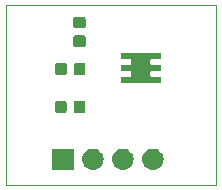
<source format=gbr>
G04 #@! TF.GenerationSoftware,KiCad,Pcbnew,(5.1.4)-1*
G04 #@! TF.CreationDate,2020-05-14T15:58:35+02:00*
G04 #@! TF.ProjectId,sts21,73747332-312e-46b6-9963-61645f706362,rev?*
G04 #@! TF.SameCoordinates,Original*
G04 #@! TF.FileFunction,Soldermask,Top*
G04 #@! TF.FilePolarity,Negative*
%FSLAX46Y46*%
G04 Gerber Fmt 4.6, Leading zero omitted, Abs format (unit mm)*
G04 Created by KiCad (PCBNEW (5.1.4)-1) date 2020-05-14 15:58:35*
%MOMM*%
%LPD*%
G04 APERTURE LIST*
%ADD10C,0.100000*%
G04 APERTURE END LIST*
D10*
X122047000Y-92710000D02*
X122047000Y-77470000D01*
X139827000Y-92710000D02*
X122047000Y-92710000D01*
X139827000Y-77470000D02*
X139827000Y-92710000D01*
X122047000Y-77470000D02*
X139827000Y-77470000D01*
G36*
X132063443Y-89656519D02*
G01*
X132129627Y-89663037D01*
X132299466Y-89714557D01*
X132455991Y-89798222D01*
X132491729Y-89827552D01*
X132593186Y-89910814D01*
X132676448Y-90012271D01*
X132705778Y-90048009D01*
X132789443Y-90204534D01*
X132840963Y-90374373D01*
X132858359Y-90551000D01*
X132840963Y-90727627D01*
X132789443Y-90897466D01*
X132705778Y-91053991D01*
X132676448Y-91089729D01*
X132593186Y-91191186D01*
X132491729Y-91274448D01*
X132455991Y-91303778D01*
X132299466Y-91387443D01*
X132129627Y-91438963D01*
X132063443Y-91445481D01*
X131997260Y-91452000D01*
X131908740Y-91452000D01*
X131842557Y-91445481D01*
X131776373Y-91438963D01*
X131606534Y-91387443D01*
X131450009Y-91303778D01*
X131414271Y-91274448D01*
X131312814Y-91191186D01*
X131229552Y-91089729D01*
X131200222Y-91053991D01*
X131116557Y-90897466D01*
X131065037Y-90727627D01*
X131047641Y-90551000D01*
X131065037Y-90374373D01*
X131116557Y-90204534D01*
X131200222Y-90048009D01*
X131229552Y-90012271D01*
X131312814Y-89910814D01*
X131414271Y-89827552D01*
X131450009Y-89798222D01*
X131606534Y-89714557D01*
X131776373Y-89663037D01*
X131842557Y-89656519D01*
X131908740Y-89650000D01*
X131997260Y-89650000D01*
X132063443Y-89656519D01*
X132063443Y-89656519D01*
G37*
G36*
X129523443Y-89656519D02*
G01*
X129589627Y-89663037D01*
X129759466Y-89714557D01*
X129915991Y-89798222D01*
X129951729Y-89827552D01*
X130053186Y-89910814D01*
X130136448Y-90012271D01*
X130165778Y-90048009D01*
X130249443Y-90204534D01*
X130300963Y-90374373D01*
X130318359Y-90551000D01*
X130300963Y-90727627D01*
X130249443Y-90897466D01*
X130165778Y-91053991D01*
X130136448Y-91089729D01*
X130053186Y-91191186D01*
X129951729Y-91274448D01*
X129915991Y-91303778D01*
X129759466Y-91387443D01*
X129589627Y-91438963D01*
X129523443Y-91445481D01*
X129457260Y-91452000D01*
X129368740Y-91452000D01*
X129302557Y-91445481D01*
X129236373Y-91438963D01*
X129066534Y-91387443D01*
X128910009Y-91303778D01*
X128874271Y-91274448D01*
X128772814Y-91191186D01*
X128689552Y-91089729D01*
X128660222Y-91053991D01*
X128576557Y-90897466D01*
X128525037Y-90727627D01*
X128507641Y-90551000D01*
X128525037Y-90374373D01*
X128576557Y-90204534D01*
X128660222Y-90048009D01*
X128689552Y-90012271D01*
X128772814Y-89910814D01*
X128874271Y-89827552D01*
X128910009Y-89798222D01*
X129066534Y-89714557D01*
X129236373Y-89663037D01*
X129302557Y-89656519D01*
X129368740Y-89650000D01*
X129457260Y-89650000D01*
X129523443Y-89656519D01*
X129523443Y-89656519D01*
G37*
G36*
X127774000Y-91452000D02*
G01*
X125972000Y-91452000D01*
X125972000Y-89650000D01*
X127774000Y-89650000D01*
X127774000Y-91452000D01*
X127774000Y-91452000D01*
G37*
G36*
X134603443Y-89656519D02*
G01*
X134669627Y-89663037D01*
X134839466Y-89714557D01*
X134995991Y-89798222D01*
X135031729Y-89827552D01*
X135133186Y-89910814D01*
X135216448Y-90012271D01*
X135245778Y-90048009D01*
X135329443Y-90204534D01*
X135380963Y-90374373D01*
X135398359Y-90551000D01*
X135380963Y-90727627D01*
X135329443Y-90897466D01*
X135245778Y-91053991D01*
X135216448Y-91089729D01*
X135133186Y-91191186D01*
X135031729Y-91274448D01*
X134995991Y-91303778D01*
X134839466Y-91387443D01*
X134669627Y-91438963D01*
X134603443Y-91445481D01*
X134537260Y-91452000D01*
X134448740Y-91452000D01*
X134382557Y-91445481D01*
X134316373Y-91438963D01*
X134146534Y-91387443D01*
X133990009Y-91303778D01*
X133954271Y-91274448D01*
X133852814Y-91191186D01*
X133769552Y-91089729D01*
X133740222Y-91053991D01*
X133656557Y-90897466D01*
X133605037Y-90727627D01*
X133587641Y-90551000D01*
X133605037Y-90374373D01*
X133656557Y-90204534D01*
X133740222Y-90048009D01*
X133769552Y-90012271D01*
X133852814Y-89910814D01*
X133954271Y-89827552D01*
X133990009Y-89798222D01*
X134146534Y-89714557D01*
X134316373Y-89663037D01*
X134382557Y-89656519D01*
X134448740Y-89650000D01*
X134537260Y-89650000D01*
X134603443Y-89656519D01*
X134603443Y-89656519D01*
G37*
G36*
X128612091Y-85584085D02*
G01*
X128646069Y-85594393D01*
X128677390Y-85611134D01*
X128704839Y-85633661D01*
X128727366Y-85661110D01*
X128744107Y-85692431D01*
X128754415Y-85726409D01*
X128758500Y-85767890D01*
X128758500Y-86444110D01*
X128754415Y-86485591D01*
X128744107Y-86519569D01*
X128727366Y-86550890D01*
X128704839Y-86578339D01*
X128677390Y-86600866D01*
X128646069Y-86617607D01*
X128612091Y-86627915D01*
X128570610Y-86632000D01*
X127969390Y-86632000D01*
X127927909Y-86627915D01*
X127893931Y-86617607D01*
X127862610Y-86600866D01*
X127835161Y-86578339D01*
X127812634Y-86550890D01*
X127795893Y-86519569D01*
X127785585Y-86485591D01*
X127781500Y-86444110D01*
X127781500Y-85767890D01*
X127785585Y-85726409D01*
X127795893Y-85692431D01*
X127812634Y-85661110D01*
X127835161Y-85633661D01*
X127862610Y-85611134D01*
X127893931Y-85594393D01*
X127927909Y-85584085D01*
X127969390Y-85580000D01*
X128570610Y-85580000D01*
X128612091Y-85584085D01*
X128612091Y-85584085D01*
G37*
G36*
X127037091Y-85584085D02*
G01*
X127071069Y-85594393D01*
X127102390Y-85611134D01*
X127129839Y-85633661D01*
X127152366Y-85661110D01*
X127169107Y-85692431D01*
X127179415Y-85726409D01*
X127183500Y-85767890D01*
X127183500Y-86444110D01*
X127179415Y-86485591D01*
X127169107Y-86519569D01*
X127152366Y-86550890D01*
X127129839Y-86578339D01*
X127102390Y-86600866D01*
X127071069Y-86617607D01*
X127037091Y-86627915D01*
X126995610Y-86632000D01*
X126394390Y-86632000D01*
X126352909Y-86627915D01*
X126318931Y-86617607D01*
X126287610Y-86600866D01*
X126260161Y-86578339D01*
X126237634Y-86550890D01*
X126220893Y-86519569D01*
X126210585Y-86485591D01*
X126206500Y-86444110D01*
X126206500Y-85767890D01*
X126210585Y-85726409D01*
X126220893Y-85692431D01*
X126237634Y-85661110D01*
X126260161Y-85633661D01*
X126287610Y-85611134D01*
X126318931Y-85594393D01*
X126352909Y-85584085D01*
X126394390Y-85580000D01*
X126995610Y-85580000D01*
X127037091Y-85584085D01*
X127037091Y-85584085D01*
G37*
G36*
X135178000Y-82055000D02*
G01*
X134402999Y-82055000D01*
X134378613Y-82057402D01*
X134355164Y-82064515D01*
X134333553Y-82076066D01*
X134314611Y-82091611D01*
X134299066Y-82110553D01*
X134287515Y-82132164D01*
X134280402Y-82155613D01*
X134278000Y-82179999D01*
X134278000Y-82428001D01*
X134280402Y-82452387D01*
X134287515Y-82475836D01*
X134299066Y-82497447D01*
X134314611Y-82516389D01*
X134333553Y-82531934D01*
X134355164Y-82543485D01*
X134378613Y-82550598D01*
X134402999Y-82553000D01*
X135178000Y-82553000D01*
X135178000Y-83055000D01*
X134402999Y-83055000D01*
X134378613Y-83057402D01*
X134355164Y-83064515D01*
X134333553Y-83076066D01*
X134314611Y-83091611D01*
X134299066Y-83110553D01*
X134287515Y-83132164D01*
X134280402Y-83155613D01*
X134278000Y-83179999D01*
X134278000Y-83428001D01*
X134280402Y-83452387D01*
X134287515Y-83475836D01*
X134299066Y-83497447D01*
X134314611Y-83516389D01*
X134333553Y-83531934D01*
X134355164Y-83543485D01*
X134378613Y-83550598D01*
X134402999Y-83553000D01*
X135178000Y-83553000D01*
X135178000Y-84055000D01*
X131776000Y-84055000D01*
X131776000Y-83553000D01*
X132551001Y-83553000D01*
X132575387Y-83550598D01*
X132598836Y-83543485D01*
X132620447Y-83531934D01*
X132639389Y-83516389D01*
X132654934Y-83497447D01*
X132666485Y-83475836D01*
X132673598Y-83452387D01*
X132676000Y-83428001D01*
X132676000Y-83179999D01*
X132673598Y-83155613D01*
X132666485Y-83132164D01*
X132654934Y-83110553D01*
X132639389Y-83091611D01*
X132620447Y-83076066D01*
X132598836Y-83064515D01*
X132575387Y-83057402D01*
X132551001Y-83055000D01*
X131776000Y-83055000D01*
X131776000Y-82553000D01*
X132551001Y-82553000D01*
X132575387Y-82550598D01*
X132598836Y-82543485D01*
X132620447Y-82531934D01*
X132639389Y-82516389D01*
X132654934Y-82497447D01*
X132666485Y-82475836D01*
X132673598Y-82452387D01*
X132676000Y-82428001D01*
X132676000Y-82179999D01*
X132673598Y-82155613D01*
X132666485Y-82132164D01*
X132654934Y-82110553D01*
X132639389Y-82091611D01*
X132620447Y-82076066D01*
X132598836Y-82064515D01*
X132575387Y-82057402D01*
X132551001Y-82055000D01*
X131776000Y-82055000D01*
X131776000Y-81553000D01*
X135178000Y-81553000D01*
X135178000Y-82055000D01*
X135178000Y-82055000D01*
G37*
G36*
X128637591Y-82383585D02*
G01*
X128671569Y-82393893D01*
X128702890Y-82410634D01*
X128730339Y-82433161D01*
X128752866Y-82460610D01*
X128769607Y-82491931D01*
X128779915Y-82525909D01*
X128784000Y-82567390D01*
X128784000Y-83243610D01*
X128779915Y-83285091D01*
X128769607Y-83319069D01*
X128752866Y-83350390D01*
X128730339Y-83377839D01*
X128702890Y-83400366D01*
X128671569Y-83417107D01*
X128637591Y-83427415D01*
X128596110Y-83431500D01*
X127994890Y-83431500D01*
X127953409Y-83427415D01*
X127919431Y-83417107D01*
X127888110Y-83400366D01*
X127860661Y-83377839D01*
X127838134Y-83350390D01*
X127821393Y-83319069D01*
X127811085Y-83285091D01*
X127807000Y-83243610D01*
X127807000Y-82567390D01*
X127811085Y-82525909D01*
X127821393Y-82491931D01*
X127838134Y-82460610D01*
X127860661Y-82433161D01*
X127888110Y-82410634D01*
X127919431Y-82393893D01*
X127953409Y-82383585D01*
X127994890Y-82379500D01*
X128596110Y-82379500D01*
X128637591Y-82383585D01*
X128637591Y-82383585D01*
G37*
G36*
X127062591Y-82383585D02*
G01*
X127096569Y-82393893D01*
X127127890Y-82410634D01*
X127155339Y-82433161D01*
X127177866Y-82460610D01*
X127194607Y-82491931D01*
X127204915Y-82525909D01*
X127209000Y-82567390D01*
X127209000Y-83243610D01*
X127204915Y-83285091D01*
X127194607Y-83319069D01*
X127177866Y-83350390D01*
X127155339Y-83377839D01*
X127127890Y-83400366D01*
X127096569Y-83417107D01*
X127062591Y-83427415D01*
X127021110Y-83431500D01*
X126419890Y-83431500D01*
X126378409Y-83427415D01*
X126344431Y-83417107D01*
X126313110Y-83400366D01*
X126285661Y-83377839D01*
X126263134Y-83350390D01*
X126246393Y-83319069D01*
X126236085Y-83285091D01*
X126232000Y-83243610D01*
X126232000Y-82567390D01*
X126236085Y-82525909D01*
X126246393Y-82491931D01*
X126263134Y-82460610D01*
X126285661Y-82433161D01*
X126313110Y-82410634D01*
X126344431Y-82393893D01*
X126378409Y-82383585D01*
X126419890Y-82379500D01*
X127021110Y-82379500D01*
X127062591Y-82383585D01*
X127062591Y-82383585D01*
G37*
G36*
X128649591Y-80059085D02*
G01*
X128683569Y-80069393D01*
X128714890Y-80086134D01*
X128742339Y-80108661D01*
X128764866Y-80136110D01*
X128781607Y-80167431D01*
X128791915Y-80201409D01*
X128796000Y-80242890D01*
X128796000Y-80844110D01*
X128791915Y-80885591D01*
X128781607Y-80919569D01*
X128764866Y-80950890D01*
X128742339Y-80978339D01*
X128714890Y-81000866D01*
X128683569Y-81017607D01*
X128649591Y-81027915D01*
X128608110Y-81032000D01*
X127931890Y-81032000D01*
X127890409Y-81027915D01*
X127856431Y-81017607D01*
X127825110Y-81000866D01*
X127797661Y-80978339D01*
X127775134Y-80950890D01*
X127758393Y-80919569D01*
X127748085Y-80885591D01*
X127744000Y-80844110D01*
X127744000Y-80242890D01*
X127748085Y-80201409D01*
X127758393Y-80167431D01*
X127775134Y-80136110D01*
X127797661Y-80108661D01*
X127825110Y-80086134D01*
X127856431Y-80069393D01*
X127890409Y-80059085D01*
X127931890Y-80055000D01*
X128608110Y-80055000D01*
X128649591Y-80059085D01*
X128649591Y-80059085D01*
G37*
G36*
X128649591Y-78484085D02*
G01*
X128683569Y-78494393D01*
X128714890Y-78511134D01*
X128742339Y-78533661D01*
X128764866Y-78561110D01*
X128781607Y-78592431D01*
X128791915Y-78626409D01*
X128796000Y-78667890D01*
X128796000Y-79269110D01*
X128791915Y-79310591D01*
X128781607Y-79344569D01*
X128764866Y-79375890D01*
X128742339Y-79403339D01*
X128714890Y-79425866D01*
X128683569Y-79442607D01*
X128649591Y-79452915D01*
X128608110Y-79457000D01*
X127931890Y-79457000D01*
X127890409Y-79452915D01*
X127856431Y-79442607D01*
X127825110Y-79425866D01*
X127797661Y-79403339D01*
X127775134Y-79375890D01*
X127758393Y-79344569D01*
X127748085Y-79310591D01*
X127744000Y-79269110D01*
X127744000Y-78667890D01*
X127748085Y-78626409D01*
X127758393Y-78592431D01*
X127775134Y-78561110D01*
X127797661Y-78533661D01*
X127825110Y-78511134D01*
X127856431Y-78494393D01*
X127890409Y-78484085D01*
X127931890Y-78480000D01*
X128608110Y-78480000D01*
X128649591Y-78484085D01*
X128649591Y-78484085D01*
G37*
M02*

</source>
